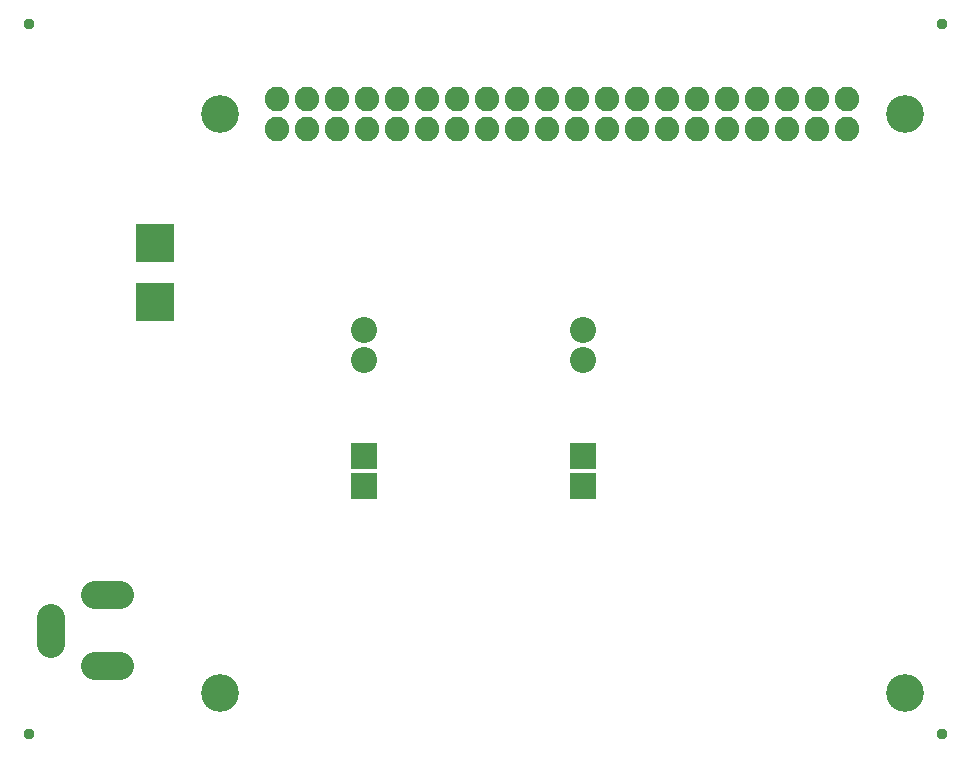
<source format=gbr>
G04 EAGLE Gerber RS-274X export*
G75*
%MOMM*%
%FSLAX34Y34*%
%LPD*%
%AMOC8*
5,1,8,0,0,1.08239X$1,22.5*%
G01*
%ADD10C,3.203200*%
%ADD11C,2.387600*%
%ADD12C,2.082800*%
%ADD13C,2.203200*%
%ADD14R,2.203200X2.203200*%
%ADD15C,0.959600*%
%ADD16R,3.203200X3.203200*%


D10*
X165118Y529043D03*
X165324Y38941D03*
X745151Y38970D03*
X745140Y528900D03*
D11*
X22121Y102196D02*
X22121Y80352D01*
X59199Y61274D02*
X81043Y61274D01*
X81043Y121274D02*
X59199Y121274D01*
D12*
X213940Y516369D03*
X239340Y516369D03*
X264740Y516369D03*
X290140Y516369D03*
X315540Y516369D03*
X340940Y516369D03*
X366340Y516369D03*
X391740Y516369D03*
X417140Y516369D03*
X442540Y516369D03*
X467940Y516369D03*
X493340Y516369D03*
X518740Y516369D03*
X518740Y541769D03*
X493340Y541769D03*
X467940Y541769D03*
X442540Y541769D03*
X417140Y541769D03*
X391740Y541769D03*
X366340Y541769D03*
X340940Y541769D03*
X315540Y541769D03*
X290140Y541769D03*
X264740Y541769D03*
X239340Y541769D03*
X213940Y541769D03*
X544140Y516369D03*
X544140Y541769D03*
X569540Y516369D03*
X569540Y541769D03*
X594940Y516369D03*
X594940Y541769D03*
X620340Y516369D03*
X620340Y541769D03*
X645740Y516369D03*
X645740Y541769D03*
X671140Y516369D03*
X671140Y541769D03*
X696540Y516369D03*
X696540Y541769D03*
D13*
X472710Y346040D03*
D14*
X472710Y213960D03*
D13*
X287290Y346040D03*
X472710Y320640D03*
X287290Y320640D03*
D14*
X472710Y239360D03*
X287290Y213960D03*
X287290Y239360D03*
D15*
X3518Y605239D03*
X776655Y3843D03*
X776651Y605452D03*
X3729Y3769D03*
D16*
X110000Y420000D03*
X110000Y370000D03*
M02*

</source>
